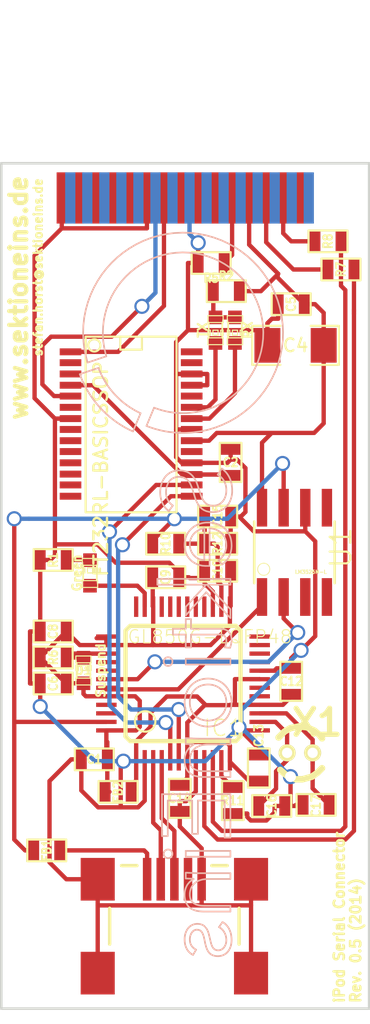
<source format=kicad_pcb>
(kicad_pcb (version 20171130) (host pcbnew "(5.1.12)-1")
  (title_block (title "iPod Serial Connector") (date "07 Jul 2014") (rev 0.5) (company "SektionEins GmbH") (comment 4 "Author: Stefan Horst <stefan.horst@sektioneins.de>"))
  (layers (0 F.Cu signal) (31 B.Cu signal) (34 B.Paste user hide) (35 F.Paste user hide) (36 B.SilkS user hide) (37 F.SilkS user hide) (38 B.Mask user hide) (39 F.Mask user hide) (44 Edge.Cuts user))
  (net 0 "")
  (net 1 DVDD)
  (net 2 "Net-(C2-Pad1)")
  (net 3 +5V)
  (net 4 AVDD)
  (net 5 "Net-(C15-Pad2)")
  (net 6 "Net-(C16-Pad1)")
  (net 7 "Net-(C17-Pad1)")
  (net 8 /HUB_IPOD_GREEN)
  (net 9 "Net-(D3-Pad1)")
  (net 10 /SERIAL_TX_LED)
  (net 11 /SERIAL_RX_LED)
  (net 12 "Net-(FB1-Pad1)")
  (net 13 VBUS)
  (net 14 /USB_D+)
  (net 15 /SERIAL_USB_D-)
  (net 16 /SERIAL_USB_D+)
  (net 17 /USB_D-)
  (net 18 /OVCUR1)
  (net 19 /PWREN1)
  (net 20 /IPOD_USB_D-)
  (net 21 /IPOD_USB_D+)
  (net 22 "Net-(IC1-Pad11)")
  (net 23 /SERIAL_TX)
  (net 24 "Net-(P1-Pad21)")
  (net 25 /SERIAL_RX)
  (net 26 GND)
  (net 27 "Net-(D2-Pad2)")
  (net 28 "Net-(D1-Pad2)")
  (net 29 "Net-(P1-Pad25)")
  (net 30 "Net-(P1-Pad27)")
  (module SMD_Packages.pretty:SM0603 (layer F.Cu) (at 148.082 73.406 90)
    (fp_text reference C2 (at 0 0 180) (layer F.SilkS) (effects (font (size 0.508 0.4572) (thickness 0.1143))))
    (fp_text value 100nF hide)
    (pad 1 smd rect (at -0.762 0 90) (size 0.635 1.143) (layers F.Cu F.Paste F.Mask) (net 2 "Net-(C2-Pad1)"))
    (pad 2 smd rect (at 0.762 0 90) (size 0.635 1.143) (layers F.Cu F.Paste F.Mask) (net 26 GND))
  )
  (module SMD_Packages.pretty:SM0603 (layer F.Cu) (at 151.638 64.135)
    (fp_text reference C5 (at 0 0 90) (layer F.SilkS) (effects (font (size 0.508 0.4572) (thickness 0.1143))))
    (fp_text value 100nF hide)
    (pad 1 smd rect (at -0.762 0) (size 0.635 1.143) (layers F.Cu F.Paste F.Mask) (net 26 GND))
    (pad 2 smd rect (at 0.762 0) (size 0.635 1.143) (layers F.Cu F.Paste F.Mask) (net 3 +5V))
  )
  (module SMD_Packages.pretty:SM0603 (layer F.Cu) (at 137.668 86.36 180)
    (fp_text reference C6 (at 0 0 270) (layer F.SilkS) (effects (font (size 0.508 0.4572) (thickness 0.1143))))
    (fp_text value 100nF hide)
    (pad 1 smd rect (at -0.762 0 180) (size 0.635 1.143) (layers F.Cu F.Paste F.Mask) (net 1 DVDD))
    (pad 2 smd rect (at 0.762 0 180) (size 0.635 1.143) (layers F.Cu F.Paste F.Mask) (net 26 GND))
  )
  (module SMD_Packages.pretty:SM0603 (layer F.Cu) (at 137.668 83.312 180)
    (fp_text reference C8 (at 0 0 270) (layer F.SilkS) (effects (font (size 0.508 0.4572) (thickness 0.1143))))
    (fp_text value 100nF hide)
    (pad 1 smd rect (at -0.762 0 180) (size 0.635 1.143) (layers F.Cu F.Paste F.Mask) (net 1 DVDD))
    (pad 2 smd rect (at 0.762 0 180) (size 0.635 1.143) (layers F.Cu F.Paste F.Mask) (net 26 GND))
  )
  (module SMD_Packages.pretty:SM0603 (layer F.Cu) (at 144.272 80.137)
    (fp_text reference C9 (at 0 0 90) (layer F.SilkS) (effects (font (size 0.508 0.4572) (thickness 0.1143))))
    (fp_text value 100nF hide)
    (pad 1 smd rect (at -0.762 0) (size 0.635 1.143) (layers F.Cu F.Paste F.Mask) (net 1 DVDD))
    (pad 2 smd rect (at 0.762 0) (size 0.635 1.143) (layers F.Cu F.Paste F.Mask) (net 26 GND))
  )
  (module SMD_Packages.pretty:SM0603 (layer F.Cu) (at 147.32 79.756 180)
    (fp_text reference C10 (at 0 0 270) (layer F.SilkS) (effects (font (size 0.508 0.4572) (thickness 0.1143))))
    (fp_text value 100nF hide)
    (pad 1 smd rect (at -0.762 0 180) (size 0.635 1.143) (layers F.Cu F.Paste F.Mask) (net 1 DVDD))
    (pad 2 smd rect (at 0.762 0 180) (size 0.635 1.143) (layers F.Cu F.Paste F.Mask) (net 26 GND))
  )
  (module SMD_Packages.pretty:SM0603 (layer F.Cu) (at 151.638 86.233 90)
    (fp_text reference C12 (at 0 0 180) (layer F.SilkS) (effects (font (size 0.508 0.4572) (thickness 0.1143))))
    (fp_text value 100nF hide)
    (pad 1 smd rect (at -0.762 0 90) (size 0.635 1.143) (layers F.Cu F.Paste F.Mask) (net 4 AVDD))
    (pad 2 smd rect (at 0.762 0 90) (size 0.635 1.143) (layers F.Cu F.Paste F.Mask) (net 26 GND))
  )
  (module SMD_Packages.pretty:SM0603 (layer F.Cu) (at 149.733 91.313 90)
    (fp_text reference C13 (at 1.905 0 90) (layer F.SilkS) (effects (font (size 0.508 0.4572) (thickness 0.1143))))
    (fp_text value 100nF hide)
    (pad 1 smd rect (at -0.762 0 90) (size 0.635 1.143) (layers F.Cu F.Paste F.Mask) (net 4 AVDD))
    (pad 2 smd rect (at 0.762 0 90) (size 0.635 1.143) (layers F.Cu F.Paste F.Mask) (net 26 GND))
  )
  (module SMD_Packages.pretty:SM0603 (layer F.Cu) (at 145.098 93.091 270)
    (fp_text reference C14 (at 0 0) (layer F.SilkS) (effects (font (size 0.508 0.4572) (thickness 0.1143))))
    (fp_text value 100nF hide)
    (pad 1 smd rect (at -0.762 0 270) (size 0.635 1.143) (layers F.Cu F.Paste F.Mask) (net 4 AVDD))
    (pad 2 smd rect (at 0.762 0 270) (size 0.635 1.143) (layers F.Cu F.Paste F.Mask) (net 26 GND))
  )
  (module SMD_Packages.pretty:SM0603 (layer F.Cu) (at 147.32 76.581 180)
    (fp_text reference C15 (at 0 0.0635 270) (layer F.SilkS) (effects (font (size 0.508 0.4572) (thickness 0.1143))))
    (fp_text value 1uF hide)
    (pad 1 smd rect (at -0.762 0 180) (size 0.635 1.143) (layers F.Cu F.Paste F.Mask) (net 26 GND))
    (pad 2 smd rect (at 0.762 0 180) (size 0.635 1.143) (layers F.Cu F.Paste F.Mask) (net 5 "Net-(C15-Pad2)"))
  )
  (module SMD_Packages.pretty:SM0603 (layer F.Cu) (at 150.495 93.5355)
    (fp_text reference C16 (at 0 0 90) (layer F.SilkS) (effects (font (size 0.508 0.4572) (thickness 0.1143))))
    (fp_text value 20pF hide)
    (pad 1 smd rect (at -0.762 0) (size 0.635 1.143) (layers F.Cu F.Paste F.Mask) (net 6 "Net-(C16-Pad1)"))
    (pad 2 smd rect (at 0.762 0) (size 0.635 1.143) (layers F.Cu F.Paste F.Mask) (net 26 GND))
  )
  (module SMD_Packages.pretty:SM0603 (layer F.Cu) (at 153.098 93.472 180)
    (fp_text reference C17 (at 0 -0.0635 270) (layer F.SilkS) (effects (font (size 0.508 0.4572) (thickness 0.1143))))
    (fp_text value 20pF hide)
    (pad 1 smd rect (at -0.762 0 180) (size 0.635 1.143) (layers F.Cu F.Paste F.Mask) (net 7 "Net-(C17-Pad1)"))
    (pad 2 smd rect (at 0.762 0 180) (size 0.635 1.143) (layers F.Cu F.Paste F.Mask) (net 26 GND))
  )
  (module LEDs.pretty:LED-0603 (layer F.Cu) (at 139.827 79.883 90)
    (fp_text reference D2 hide)
    (fp_text value Green (at 0 -0.762 90) (layer F.SilkS) (effects (font (size 0.508 0.508) (thickness 0.127))))
    (pad 1 smd rect (at -0.7493 0 90) (size 0.79756 0.79756) (layers F.Cu F.Paste F.Mask) (net 8 /HUB_IPOD_GREEN))
    (pad 2 smd rect (at 0.7493 0 90) (size 0.79756 0.79756) (layers F.Cu F.Paste F.Mask) (net 27 "Net-(D2-Pad2)"))
  )
  (module LEDs.pretty:LED-0603 (layer F.Cu) (at 148.336 65.659 270)
    (fp_text reference D3 hide)
    (fp_text value RX (at 0 -0.762 270) (layer F.SilkS) (effects (font (size 0.508 0.508) (thickness 0.127))))
    (pad 1 smd rect (at -0.7493 0 270) (size 0.79756 0.79756) (layers F.Cu F.Paste F.Mask) (net 9 "Net-(D3-Pad1)"))
    (pad 2 smd rect (at 0.7493 0 270) (size 0.79756 0.79756) (layers F.Cu F.Paste F.Mask) (net 11 /SERIAL_RX_LED))
  )
  (module LEDs.pretty:LED-0603 (layer F.Cu) (at 147.193 65.659 270)
    (fp_text reference D4 hide)
    (fp_text value TX (at 0 0.762 270) (layer F.SilkS) (effects (font (size 0.508 0.508) (thickness 0.127))))
    (pad 1 smd rect (at -0.7493 0 270) (size 0.79756 0.79756) (layers F.Cu F.Paste F.Mask) (net 9 "Net-(D3-Pad1)"))
    (pad 2 smd rect (at 0.7493 0 270) (size 0.79756 0.79756) (layers F.Cu F.Paste F.Mask) (net 10 /SERIAL_TX_LED))
  )
  (module ftdichip-6:LQFP48 (layer F.Cu) (at 145.288 86.36)
    (fp_text reference IC1 (at 1.143 3.175) (layer F.SilkS) (effects (font (size 0.9652 0.9652) (thickness 0.08128)) (justify left bottom)))
    (fp_text value GL850G-LQFP48 (at -3.302 -2.286) (layer F.SilkS) (effects (font (size 0.77216 0.77216) (thickness 0.065024)) (justify left bottom)))
    (pad 1 smd rect (at -2.75 4.5) (size 0.25 1.2) (layers F.Cu F.Paste F.Mask) (net 4 AVDD))
    (pad 2 smd rect (at -2.25 4.5) (size 0.25 1.2) (layers F.Cu F.Paste F.Mask) (net 26 GND))
    (pad 3 smd rect (at -1.75 4.5) (size 0.25 1.2) (layers F.Cu F.Paste F.Mask) (net 17 /USB_D-))
    (pad 4 smd rect (at -1.25 4.5) (size 0.25 1.2) (layers F.Cu F.Paste F.Mask) (net 14 /USB_D+))
    (pad 5 smd rect (at -0.75 4.5) (size 0.25 1.2) (layers F.Cu F.Paste F.Mask) (net 15 /SERIAL_USB_D-))
    (pad 6 smd rect (at -0.25 4.5) (size 0.25 1.2) (layers F.Cu F.Paste F.Mask) (net 16 /SERIAL_USB_D+))
    (pad 7 smd rect (at 0.25 4.5) (size 0.25 1.2) (layers F.Cu F.Paste F.Mask) (net 4 AVDD))
    (pad 8 smd rect (at 0.75 4.5) (size 0.25 1.2) (layers F.Cu F.Paste F.Mask) (net 26 GND))
    (pad 9 smd rect (at 1.25 4.5) (size 0.25 1.2) (layers F.Cu F.Paste F.Mask) (net 20 /IPOD_USB_D-))
    (pad 10 smd rect (at 1.75 4.5) (size 0.25 1.2) (layers F.Cu F.Paste F.Mask) (net 21 /IPOD_USB_D+))
    (pad 11 smd rect (at 2.25 4.5) (size 0.25 1.2) (layers F.Cu F.Paste F.Mask) (net 22 "Net-(IC1-Pad11)"))
    (pad 12 smd rect (at 2.75 4.5) (size 0.25 1.2) (layers F.Cu F.Paste F.Mask) (net 4 AVDD))
    (pad 13 smd rect (at 4.5 2.75) (size 1.2 0.25) (layers F.Cu F.Paste F.Mask) (net 26 GND))
    (pad 14 smd rect (at 4.5 2.25) (size 1.2 0.25) (layers F.Cu F.Paste F.Mask) (net 6 "Net-(C16-Pad1)"))
    (pad 15 smd rect (at 4.5 1.75) (size 1.2 0.25) (layers F.Cu F.Paste F.Mask) (net 7 "Net-(C17-Pad1)"))
    (pad 16 smd rect (at 4.5 1.25) (size 1.2 0.25) (layers F.Cu F.Paste F.Mask) (net 4 AVDD))
    (pad 17 smd rect (at 4.5 0.75) (size 1.2 0.25) (layers F.Cu F.Paste F.Mask))
    (pad 18 smd rect (at 4.5 0.25) (size 1.2 0.25) (layers F.Cu F.Paste F.Mask))
    (pad 19 smd rect (at 4.5 -0.25) (size 1.2 0.25) (layers F.Cu F.Paste F.Mask) (net 4 AVDD))
    (pad 20 smd rect (at 4.5 -0.75) (size 1.2 0.25) (layers F.Cu F.Paste F.Mask) (net 26 GND))
    (pad 21 smd rect (at 4.5 -1.25) (size 1.2 0.25) (layers F.Cu F.Paste F.Mask))
    (pad 22 smd rect (at 4.5 -1.75) (size 1.2 0.25) (layers F.Cu F.Paste F.Mask))
    (pad 23 smd rect (at 4.5 -2.25) (size 1.2 0.25) (layers F.Cu F.Paste F.Mask))
    (pad 24 smd rect (at 4.5 -2.75) (size 1.2 0.25) (layers F.Cu F.Paste F.Mask))
    (pad 25 smd rect (at 2.75 -4.5) (size 0.25 1.2) (layers F.Cu F.Paste F.Mask) (net 1 DVDD))
    (pad 26 smd rect (at 2.25 -4.5) (size 0.25 1.2) (layers F.Cu F.Paste F.Mask) (net 5 "Net-(C15-Pad2)"))
    (pad 27 smd rect (at 1.75 -4.5) (size 0.25 1.2) (layers F.Cu F.Paste F.Mask) (net 26 GND))
    (pad 28 smd rect (at 1.25 -4.5) (size 0.25 1.2) (layers F.Cu F.Paste F.Mask))
    (pad 29 smd rect (at 0.75 -4.5) (size 0.25 1.2) (layers F.Cu F.Paste F.Mask))
    (pad 30 smd rect (at 0.25 -4.5) (size 0.25 1.2) (layers F.Cu F.Paste F.Mask))
    (pad 31 smd rect (at -0.25 -4.5) (size 0.25 1.2) (layers F.Cu F.Paste F.Mask))
    (pad 32 smd rect (at -0.75 -4.5) (size 0.25 1.2) (layers F.Cu F.Paste F.Mask))
    (pad 33 smd rect (at -1.25 -4.5) (size 0.25 1.2) (layers F.Cu F.Paste F.Mask))
    (pad 34 smd rect (at -1.75 -4.5) (size 0.25 1.2) (layers F.Cu F.Paste F.Mask) (net 1 DVDD))
    (pad 35 smd rect (at -2.25 -4.5) (size 0.25 1.2) (layers F.Cu F.Paste F.Mask) (net 8 /HUB_IPOD_GREEN))
    (pad 36 smd rect (at -2.75 -4.5) (size 0.25 1.2) (layers F.Cu F.Paste F.Mask))
    (pad 37 smd rect (at -4.5 -2.75) (size 1.2 0.25) (layers F.Cu F.Paste F.Mask) (net 1 DVDD))
    (pad 38 smd rect (at -4.5 -2.25) (size 1.2 0.25) (layers F.Cu F.Paste F.Mask) (net 1 DVDD))
    (pad 39 smd rect (at -4.5 -1.75) (size 1.2 0.25) (layers F.Cu F.Paste F.Mask) (net 28 "Net-(D1-Pad2)"))
    (pad 40 smd rect (at -4.5 -1.25) (size 1.2 0.25) (layers F.Cu F.Paste F.Mask))
    (pad 41 smd rect (at -4.5 -0.75) (size 1.2 0.25) (layers F.Cu F.Paste F.Mask))
    (pad 42 smd rect (at -4.5 -0.25) (size 1.2 0.25) (layers F.Cu F.Paste F.Mask) (net 18 /OVCUR1))
    (pad 43 smd rect (at -4.5 0.25) (size 1.2 0.25) (layers F.Cu F.Paste F.Mask) (net 19 /PWREN1))
    (pad 44 smd rect (at -4.5 0.75) (size 1.2 0.25) (layers F.Cu F.Paste F.Mask) (net 1 DVDD))
    (pad 45 smd rect (at -4.5 1.25) (size 1.2 0.25) (layers F.Cu F.Paste F.Mask))
    (pad 46 smd rect (at -4.5 1.75) (size 1.2 0.25) (layers F.Cu F.Paste F.Mask))
    (pad 47 smd rect (at -4.5 2.25) (size 1.2 0.25) (layers F.Cu F.Paste F.Mask) (net 13 VBUS))
    (pad 48 smd rect (at -4.5 2.75) (size 1.2 0.25) (layers F.Cu F.Paste F.Mask) (net 1 DVDD))
  )
  (module SparkFun-Connectors:USB-MINIB (layer F.Cu) (at 144.78 100.33 90)
    (fp_text reference J1 hide)
    (fp_text value USB-MINIB-5PIN hide)
    (pad D+ smd rect (at 2.5 0 90) (size 2.5 0.5) (layers F.Cu F.Paste F.Mask) (net 14 /USB_D+))
    (pad D- smd rect (at 2.5 -0.8 90) (size 2.5 0.5) (layers F.Cu F.Paste F.Mask) (net 17 /USB_D-))
    (pad GND smd rect (at 2.5 1.6 90) (size 2.5 0.5) (layers F.Cu F.Paste F.Mask) (net 26 GND))
    (pad ID smd rect (at 2.5 0.8 90) (size 2.5 0.5) (layers F.Cu F.Paste F.Mask))
    (pad MTN3 smd rect (at -3 4.5 90) (size 2.5 2) (layers F.Cu F.Paste F.Mask) (net 26 GND))
    (pad MTN1 smd rect (at -3 -4.5 90) (size 2.5 2) (layers F.Cu F.Paste F.Mask) (net 26 GND))
    (pad MTN4 smd rect (at 2.5 4.5 90) (size 2.5 2) (layers F.Cu F.Paste F.Mask) (net 26 GND))
    (pad MTN2 smd rect (at 2.5 -4.5 90) (size 2.5 2) (layers F.Cu F.Paste F.Mask) (net 26 GND))
    (pad VBUS smd rect (at 2.5 -1.6 90) (size 2.5 0.5) (layers F.Cu F.Paste F.Mask) (net 12 "Net-(FB1-Pad1)"))
    (pad "" np_thru_hole circle (at 0 -2.2 90) (size 0.9 0.9) (drill 0.9) (layers *.Cu))
    (pad "" np_thru_hole circle (at 0 2.2 90) (size 0.9 0.9) (drill 0.9) (layers *.Cu))
  )
  (module SparkFun-Connectors:IPOD_MALE_CONNECTOR (layer B.Cu) (at 145.669 57.912 180)
    (fp_text reference P1 hide)
    (fp_text value IPOD_CONNECTOR_MALE hide)
    (pad 1 smd rect (at 7.5 0 180) (size 0.6 3) (layers F.Cu F.Paste F.Mask) (net 26 GND))
    (pad 3 smd rect (at 6.5 0 180) (size 0.6 3) (layers F.Cu F.Paste F.Mask))
    (pad 5 smd rect (at 5.5 0 180) (size 0.6 3) (layers F.Cu F.Paste F.Mask))
    (pad 7 smd rect (at 4.5 0 180) (size 0.6 3) (layers F.Cu F.Paste F.Mask))
    (pad 9 smd rect (at 3.5 0 180) (size 0.6 3) (layers F.Cu F.Paste F.Mask))
    (pad 11 smd rect (at 2.5 0 180) (size 0.6 3) (layers F.Cu F.Paste F.Mask) (net 26 GND))
    (pad 13 smd rect (at 1.5 0 180) (size 0.6 3) (layers F.Cu F.Paste F.Mask) (net 23 /SERIAL_TX))
    (pad 15 smd rect (at 0.5 0 180) (size 0.6 3) (layers F.Cu F.Paste F.Mask))
    (pad 17 smd rect (at -0.5 0 180) (size 0.6 3) (layers F.Cu F.Paste F.Mask))
    (pad 19 smd rect (at -1.5 0 180) (size 0.6 3) (layers F.Cu F.Paste F.Mask))
    (pad 21 smd rect (at -2.5 0 180) (size 0.6 3) (layers F.Cu F.Paste F.Mask) (net 24 "Net-(P1-Pad21)"))
    (pad 23 smd rect (at -3.5 0 180) (size 0.6 3) (layers F.Cu F.Paste F.Mask) (net 3 +5V))
    (pad 25 smd rect (at -4.5 0 180) (size 0.6 3) (layers F.Cu F.Paste F.Mask) (net 29 "Net-(P1-Pad25)"))
    (pad 27 smd rect (at -5.5 0 180) (size 0.6 3) (layers F.Cu F.Paste F.Mask) (net 30 "Net-(P1-Pad27)"))
    (pad 2 smd rect (at 7 0 180) (size 0.6 3) (layers B.Cu B.Paste B.Mask))
    (pad 4 smd rect (at 6 0 180) (size 0.6 3) (layers B.Cu B.Paste B.Mask))
    (pad 6 smd rect (at 5 0 180) (size 0.6 3) (layers B.Cu B.Paste B.Mask))
    (pad 8 smd rect (at 4 0 180) (size 0.6 3) (layers B.Cu B.Paste B.Mask))
    (pad 10 smd rect (at 3 0 180) (size 0.6 3) (layers B.Cu B.Paste B.Mask))
    (pad 12 smd rect (at 2 0 180) (size 0.6 3) (layers B.Cu B.Paste B.Mask) (net 25 /SERIAL_RX))
    (pad 14 smd rect (at 1 0 180) (size 0.6 3) (layers B.Cu B.Paste B.Mask))
    (pad 16 smd rect (at 0 0 180) (size 0.6 3) (layers B.Cu B.Paste B.Mask) (net 26 GND))
    (pad 18 smd rect (at -1 0 180) (size 0.6 3) (layers B.Cu B.Paste B.Mask))
    (pad 20 smd rect (at -2 0 180) (size 0.6 3) (layers B.Cu B.Paste B.Mask))
    (pad 22 smd rect (at -3 0 180) (size 0.6 3) (layers B.Cu B.Paste B.Mask))
    (pad 24 smd rect (at -4 0 180) (size 0.6 3) (layers B.Cu B.Paste B.Mask))
    (pad 26 smd rect (at -5 0 180) (size 0.6 3) (layers B.Cu B.Paste B.Mask))
    (pad 28 smd rect (at -6 0 180) (size 0.6 3) (layers B.Cu B.Paste B.Mask))
    (pad 29 smd rect (at -6.5 0 180) (size 0.6 3) (layers F.Cu F.Paste F.Mask))
    (pad 30 smd rect (at -7 0 180) (size 0.6 3) (layers B.Cu B.Paste B.Mask))
  )
  (module SMD_Packages.pretty:SM0603 (layer F.Cu) (at 137.668 79.121 180)
    (fp_text reference R1 (at 0 0 270) (layer F.SilkS) (effects (font (size 0.508 0.4572) (thickness 0.1143))))
    (fp_text value 470R hide)
    (pad 1 smd rect (at -0.762 0 180) (size 0.635 1.143) (layers F.Cu F.Paste F.Mask) (net 27 "Net-(D2-Pad2)"))
    (pad 2 smd rect (at 0.762 0 180) (size 0.635 1.143) (layers F.Cu F.Paste F.Mask) (net 26 GND))
  )
  (module SMD_Packages.pretty:SM0603 (layer F.Cu) (at 147.828 63.373 180)
    (fp_text reference R2 (at 0 0.889 180) (layer F.SilkS) (effects (font (size 0.508 0.4572) (thickness 0.1143))))
    (fp_text value 270R hide)
    (pad 1 smd rect (at -0.762 0 180) (size 0.635 1.143) (layers F.Cu F.Paste F.Mask) (net 3 +5V))
    (pad 2 smd rect (at 0.762 0 180) (size 0.635 1.143) (layers F.Cu F.Paste F.Mask) (net 9 "Net-(D3-Pad1)"))
  )
  (module SMD_Packages.pretty:SM0603 (layer F.Cu) (at 146.939 61.722)
    (fp_text reference R5 (at 0 0.889) (layer F.SilkS) (effects (font (size 0.508 0.4572) (thickness 0.1143))))
    (fp_text value 470K hide)
    (pad 1 smd rect (at -0.762 0) (size 0.635 1.143) (layers F.Cu F.Paste F.Mask) (net 26 GND))
    (pad 2 smd rect (at 0.762 0) (size 0.635 1.143) (layers F.Cu F.Paste F.Mask) (net 24 "Net-(P1-Pad21)"))
  )
  (module SMD_Packages.pretty:SM0603 (layer F.Cu) (at 137.668 84.836 180)
    (fp_text reference R6 (at 0 0 270) (layer F.SilkS) (effects (font (size 0.508 0.4572) (thickness 0.1143))))
    (fp_text value 100K hide)
    (pad 1 smd rect (at -0.762 0 180) (size 0.635 1.143) (layers F.Cu F.Paste F.Mask) (net 28 "Net-(D1-Pad2)"))
    (pad 2 smd rect (at 0.762 0 180) (size 0.635 1.143) (layers F.Cu F.Paste F.Mask) (net 1 DVDD))
  )
  (module SMD_Packages.pretty:SM0603 (layer F.Cu) (at 144.272 78.1685 180)
    (fp_text reference R10 (at 0 0 270) (layer F.SilkS) (effects (font (size 0.508 0.4572) (thickness 0.1143))))
    (fp_text value 10K hide)
    (pad 1 smd rect (at -0.762 0 180) (size 0.635 1.143) (layers F.Cu F.Paste F.Mask) (net 5 "Net-(C15-Pad2)"))
    (pad 2 smd rect (at 0.762 0 180) (size 0.635 1.143) (layers F.Cu F.Paste F.Mask) (net 13 VBUS))
  )
  (module SMD_Packages.pretty:SM0603 (layer F.Cu) (at 148.209 93.218 270)
    (fp_text reference R11 (at 0 0) (layer F.SilkS) (effects (font (size 0.508 0.4572) (thickness 0.1143))))
    (fp_text value 680R hide)
    (pad 1 smd rect (at -0.762 0 270) (size 0.635 1.143) (layers F.Cu F.Paste F.Mask) (net 22 "Net-(IC1-Pad11)"))
    (pad 2 smd rect (at 0.762 0 270) (size 0.635 1.143) (layers F.Cu F.Paste F.Mask) (net 26 GND))
  )
  (module SMD_Packages.pretty:SM0603 (layer F.Cu) (at 147.32 78.1685 180)
    (fp_text reference R12 (at 0 0 270) (layer F.SilkS) (effects (font (size 0.508 0.4572) (thickness 0.1143))))
    (fp_text value 47K hide)
    (pad 1 smd rect (at -0.762 0 180) (size 0.635 1.143) (layers F.Cu F.Paste F.Mask) (net 26 GND))
    (pad 2 smd rect (at 0.762 0 180) (size 0.635 1.143) (layers F.Cu F.Paste F.Mask) (net 5 "Net-(C15-Pad2)"))
  )
  (module SSOP_Packages.pretty:SSOP-28 (layer F.Cu) (at 142.24 71.12 270)
    (fp_text reference U2 hide)
    (fp_text value FT232RL-BASICSSOP (at 2.667 1.778 270) (layer F.SilkS) (effects (font (size 0.8 0.8) (thickness 0.14))))
    (pad 1 smd rect (at -4.191 3.556 270) (size 0.4064 1.27) (layers F.Cu F.Paste F.Mask) (net 23 /SERIAL_TX))
    (pad 2 smd rect (at -3.556 3.556 270) (size 0.4064 1.27) (layers F.Cu F.Paste F.Mask))
    (pad 3 smd rect (at -2.8956 3.556 270) (size 0.4064 1.27) (layers F.Cu F.Paste F.Mask))
    (pad 4 smd rect (at -2.2352 3.556 270) (size 0.4064 1.27) (layers F.Cu F.Paste F.Mask) (net 2 "Net-(C2-Pad1)"))
    (pad 5 smd rect (at -1.6002 3.556 270) (size 0.4064 1.27) (layers F.Cu F.Paste F.Mask) (net 25 /SERIAL_RX))
    (pad 6 smd rect (at -0.9398 3.556 270) (size 0.4064 1.27) (layers F.Cu F.Paste F.Mask))
    (pad 7 smd rect (at -0.2794 3.556 270) (size 0.4064 1.27) (layers F.Cu F.Paste F.Mask) (net 26 GND))
    (pad 8 smd rect (at 0.3556 3.556 270) (size 0.4064 1.27) (layers F.Cu F.Paste F.Mask))
    (pad 9 smd rect (at 1.016 3.556 270) (size 0.4064 1.27) (layers F.Cu F.Paste F.Mask))
    (pad 10 smd rect (at 1.651 3.556 270) (size 0.4064 1.27) (layers F.Cu F.Paste F.Mask))
    (pad 11 smd rect (at 2.3114 3.556 270) (size 0.4064 1.27) (layers F.Cu F.Paste F.Mask))
    (pad 12 smd rect (at 2.9718 3.556 270) (size 0.4064 1.27) (layers F.Cu F.Paste F.Mask))
    (pad 13 smd rect (at 3.6068 3.556 270) (size 0.4064 1.27) (layers F.Cu F.Paste F.Mask))
    (pad 14 smd rect (at 4.2672 3.556 270) (size 0.4064 1.27) (layers F.Cu F.Paste F.Mask))
    (pad 15 smd rect (at 4.2672 -3.556 270) (size 0.4064 1.27) (layers F.Cu F.Paste F.Mask) (net 16 /SERIAL_USB_D+))
    (pad 16 smd rect (at 3.6068 -3.556 270) (size 0.4064 1.27) (layers F.Cu F.Paste F.Mask) (net 15 /SERIAL_USB_D-))
    (pad 17 smd rect (at 2.9972 -3.556 270) (size 0.4064 1.27) (layers F.Cu F.Paste F.Mask) (net 2 "Net-(C2-Pad1)"))
    (pad 18 smd rect (at 2.3114 -3.556 270) (size 0.4064 1.27) (layers F.Cu F.Paste F.Mask) (net 26 GND))
    (pad 19 smd rect (at 1.651 -3.556 270) (size 0.4064 1.27) (layers F.Cu F.Paste F.Mask))
    (pad 20 smd rect (at 1.016 -3.556 270) (size 0.4064 1.27) (layers F.Cu F.Paste F.Mask) (net 3 +5V))
    (pad 21 smd rect (at 0.3556 -3.556 270) (size 0.4064 1.27) (layers F.Cu F.Paste F.Mask) (net 26 GND))
    (pad 22 smd rect (at -0.2794 -3.556 270) (size 0.4064 1.27) (layers F.Cu F.Paste F.Mask) (net 11 /SERIAL_RX_LED))
    (pad 23 smd rect (at -0.9398 -3.556 270) (size 0.4064 1.27) (layers F.Cu F.Paste F.Mask) (net 10 /SERIAL_TX_LED))
    (pad 24 smd rect (at -1.6002 -3.556 270) (size 0.4064 1.27) (layers F.Cu F.Paste F.Mask))
    (pad 25 smd rect (at -2.2352 -3.556 270) (size 0.4064 1.27) (layers F.Cu F.Paste F.Mask) (net 26 GND))
    (pad 26 smd rect (at -2.8956 -3.556 270) (size 0.4064 1.27) (layers F.Cu F.Paste F.Mask) (net 26 GND))
    (pad 27 smd rect (at -3.556 -3.556 270) (size 0.4064 1.27) (layers F.Cu F.Paste F.Mask))
    (pad 28 smd rect (at -4.191 -3.556 270) (size 0.4064 1.27) (layers F.Cu F.Paste F.Mask))
  )
  (module AWJLEagleLib:SO08 (layer F.Cu) (at 151.828 78.6765)
    (fp_text reference U1 (at 3.429 1.016 90) (layer F.SilkS) (effects (font (size 1.2065 1.2065) (thickness 0.127)) (justify left bottom)))
    (fp_text value LM3526M-L (at 0 1.27 180) (layer F.SilkS) (effects (font (size 0.2065 0.2065) (thickness 0.051625)) (justify left bottom)))
    (pad 1 smd rect (at -1.905 2.6162) (size 0.6096 2.2098) (layers F.Cu F.Paste F.Mask) (net 19 /PWREN1))
    (pad 8 smd rect (at -1.905 -2.6162) (size 0.6096 2.2098) (layers F.Cu F.Paste F.Mask) (net 3 +5V))
    (pad 2 smd rect (at -0.635 2.6162) (size 0.6096 2.2098) (layers F.Cu F.Paste F.Mask) (net 18 /OVCUR1))
    (pad 3 smd rect (at 0.635 2.6162) (size 0.6096 2.2098) (layers F.Cu F.Paste F.Mask))
    (pad 7 smd rect (at -0.635 -2.6162) (size 0.6096 2.2098) (layers F.Cu F.Paste F.Mask) (net 13 VBUS))
    (pad 6 smd rect (at 0.635 -2.6162) (size 0.6096 2.2098) (layers F.Cu F.Paste F.Mask) (net 26 GND))
    (pad 4 smd rect (at 1.905 2.6162) (size 0.6096 2.2098) (layers F.Cu F.Paste F.Mask))
    (pad 5 smd rect (at 1.905 -2.6162) (size 0.6096 2.2098) (layers F.Cu F.Paste F.Mask))
  )
  (module LEDs.pretty:LED-0603 (layer F.Cu) (at 139.446 85.598 90)
    (fp_text reference D1 (at 0 0 180) (layer F.SilkS) (effects (font (size 0.508 0.508) (thickness 0.127))))
    (fp_text value Suspend (at 0 1.016 90) (layer F.SilkS) (effects (font (size 0.508 0.508) (thickness 0.127))))
    (pad 1 smd rect (at -0.7493 0 90) (size 0.79756 0.79756) (layers F.Cu F.Paste F.Mask) (net 1 DVDD))
    (pad 2 smd rect (at 0.7493 0 90) (size 0.79756 0.79756) (layers F.Cu F.Paste F.Mask) (net 28 "Net-(D1-Pad2)"))
  )
  (module SMD_Packages.pretty:SM0603 (layer F.Cu) (at 154.559 62.103)
    (fp_text reference R7 (at 0 0 90) (layer F.SilkS) (effects (font (size 0.508 0.4572) (thickness 0.1143))))
    (fp_text value 0R hide)
    (pad 1 smd rect (at -0.762 0) (size 0.635 1.143) (layers F.Cu F.Paste F.Mask) (net 29 "Net-(P1-Pad25)"))
    (pad 2 smd rect (at 0.762 0) (size 0.635 1.143) (layers F.Cu F.Paste F.Mask) (net 20 /IPOD_USB_D-))
  )
  (module SMD_Packages.pretty:SM0603 (layer F.Cu) (at 153.797 60.452)
    (fp_text reference R8 (at 0 0 90) (layer F.SilkS) (effects (font (size 0.508 0.4572) (thickness 0.1143))))
    (fp_text value 0R hide)
    (pad 1 smd rect (at -0.762 0) (size 0.635 1.143) (layers F.Cu F.Paste F.Mask) (net 30 "Net-(P1-Pad27)"))
    (pad 2 smd rect (at 0.762 0) (size 0.635 1.143) (layers F.Cu F.Paste F.Mask) (net 21 /IPOD_USB_D+))
  )
  (module SMD_Packages.pretty:SM0603 (layer F.Cu) (at 137.287 96.139 180)
    (fp_text reference FB1 (at 0 0 270) (layer F.SilkS) (effects (font (size 0.508 0.4572) (thickness 0.1143))))
    (fp_text value FILTER hide)
    (pad 1 smd rect (at -0.762 0 180) (size 0.635 1.143) (layers F.Cu F.Paste F.Mask) (net 12 "Net-(FB1-Pad1)"))
    (pad 2 smd rect (at 0.762 0 180) (size 0.635 1.143) (layers F.Cu F.Paste F.Mask) (net 13 VBUS))
  )
  (module SMD_Packages.pretty:SM0603 (layer F.Cu) (at 141.478 92.71)
    (fp_text reference FB2 (at 0 0 90) (layer F.SilkS) (effects (font (size 0.508 0.4572) (thickness 0.1143))))
    (fp_text value FILTER hide)
    (pad 1 smd rect (at -0.762 0) (size 0.635 1.143) (layers F.Cu F.Paste F.Mask) (net 1 DVDD))
    (pad 2 smd rect (at 0.762 0) (size 0.635 1.143) (layers F.Cu F.Paste F.Mask) (net 4 AVDD))
  )
  (module SMD_Packages.pretty:SM0603 (layer F.Cu) (at 140.081 90.805 180)
    (fp_text reference C1 (at 0 0 180) (layer F.SilkS) (effects (font (size 0.508 0.4572) (thickness 0.1143))))
    (fp_text value 10uF/10V hide)
    (pad 1 smd rect (at -0.762 0 180) (size 0.635 1.143) (layers F.Cu F.Paste F.Mask) (net 1 DVDD))
    (pad 2 smd rect (at 0.762 0 180) (size 0.635 1.143) (layers F.Cu F.Paste F.Mask) (net 26 GND))
  )
  (module SMD_Packages.pretty:SM1206 (layer F.Cu) (at 151.892 66.548 180)
    (fp_text reference C4 (at 0 0 180) (layer F.SilkS) (effects (font (size 0.762 0.762) (thickness 0.127))))
    (fp_text value 100uF hide)
    (pad 1 smd rect (at -1.651 0 180) (size 1.524 2.032) (layers F.Cu F.Paste F.Mask) (net 3 +5V))
    (pad 2 smd rect (at 1.651 0 180) (size 1.524 2.032) (layers F.Cu F.Paste F.Mask) (net 26 GND))
  )
  (module Crystals.pretty:Crystal_Round_Vertical_3mm (layer F.Cu) (at 152.146 90.424)
    (fp_text reference X1 (at 1.016 -1.778) (layer F.SilkS) (effects (font (size 1.524 1.524) (thickness 0.3048))))
    (fp_text value "12 Mhz" hide)
    (pad 1 thru_hole circle (at -0.7493 0) (size 1.00076 1.00076) (drill 0.59944) (layers *.Cu *.Mask F.SilkS) (net 6 "Net-(C16-Pad1)"))
    (pad 2 thru_hole circle (at 0.7493 0) (size 1.00076 1.00076) (drill 0.59944) (layers *.Cu *.Mask F.SilkS) (net 7 "Net-(C17-Pad1)"))
  )
  (module S1:SektionEinsLogo (layer B.Cu) (at 136.144 54.356 270)
    (fp_text reference SektionEinsLogo hide)
    (fp_text value VAL** hide)
  )
  (gr_line (start 134.62 105.41) (end 134.62 55.88) (angle 90) (layer Edge.Cuts) (width 0.15))
  (gr_line (start 156.21 105.41) (end 134.62 105.41) (angle 90) (layer Edge.Cuts) (width 0.15))
  (gr_line (start 156.21 55.88) (end 156.21 105.41) (angle 90) (layer Edge.Cuts) (width 0.15))
  (gr_line (start 134.62 55.88) (end 156.21 55.88) (angle 90) (layer Edge.Cuts) (width 0.15))
  (gr_text stefan.horst@sektioneins.de (at 136.779 61.976 90) (layer F.SilkS) (effects (font (size 0.5 0.5) (thickness 0.125))))
  (gr_text "iPod Serial Connector\nRev. 0.5 (2014)" (at 154.94 105.156 90) (layer F.SilkS) (effects (font (size 0.6 0.6)) (justify left)))
  (gr_text www.sektioneins.de (at 135.636 63.754 90) (layer F.SilkS) (effects (font (size 1 1) (thickness 0.25))))
  (segment (start 140.788 89.731) (end 140.843 89.786) (width 0.254) (layer F.Cu) (net 1))
  (segment (start 140.843 89.786) (end 140.843 90.805) (width 0.254) (layer F.Cu) (net 1))
  (segment (start 140.788 89.731) (end 140.788 90.352) (width 0.254) (layer F.Cu) (net 1))
  (segment (start 140.788 89.11) (end 140.788 89.731) (width 0.254) (layer F.Cu) (net 1))
  (segment (start 140.843 92.3225) (end 140.716 92.4495) (width 0.254) (layer F.Cu) (net 1))
  (segment (start 140.716 92.4495) (end 140.716 92.71) (width 0.254) (layer F.Cu) (net 1))
  (segment (start 140.843 92.3225) (end 140.843 92.583) (width 0.254) (layer F.Cu) (net 1))
  (segment (start 140.843 92.583) (end 140.97 92.71) (width 0.254) (layer F.Cu) (net 1))
  (segment (start 140.843 90.805) (end 140.843 92.3225) (width 0.254) (layer F.Cu) (net 1))
  (segment (start 148.082 80.251) (end 148.038 80.207) (width 0.254) (layer F.Cu) (net 1))
  (segment (start 148.038 80.207) (end 148.038 79.546) (width 0.254) (layer F.Cu) (net 1))
  (segment (start 148.082 80.251) (end 148.082 81.816) (width 0.254) (layer F.Cu) (net 1))
  (segment (start 148.082 79.756) (end 148.082 80.251) (width 0.254) (layer F.Cu) (net 1))
  (segment (start 143.538 84.11) (end 143.51 84.11) (width 0.254) (layer F.Cu) (net 1))
  (segment (start 143.538 81.86) (end 143.538 84.11) (width 0.254) (layer F.Cu) (net 1))
  (segment (start 143.538 84.11) (end 143.51 84.082) (width 0.254) (layer F.Cu) (net 1))
  (segment (start 143.51 84.082) (end 143.51 84.11) (width 0.254) (layer F.Cu) (net 1))
  (segment (start 148.038 81.86) (end 148.038 82.975) (width 0.254) (layer F.Cu) (net 1))
  (segment (start 148.038 82.975) (end 146.903 84.11) (width 0.254) (layer F.Cu) (net 1))
  (segment (start 146.903 84.11) (end 143.538 84.11) (width 0.254) (layer F.Cu) (net 1))
  (segment (start 143.51 84.11) (end 140.788 84.11) (width 0.254) (layer F.Cu) (net 1))
  (segment (start 140.788 83.61) (end 140.788 84.11) (width 0.254) (layer F.Cu) (net 1))
  (segment (start 143.51 80.137) (end 143.51 81.832) (width 0.254) (layer F.Cu) (net 1))
  (segment (start 143.51 81.832) (end 143.538 81.86) (width 0.254) (layer F.Cu) (net 1))
  (segment (start 148.082 81.816) (end 148.038 81.86) (width 0.254) (layer F.Cu) (net 1))
  (segment (start 139.446 86.3473) (end 138.443 86.3473) (width 0.254) (layer F.Cu) (net 1))
  (segment (start 138.443 86.3473) (end 138.43 86.36) (width 0.254) (layer F.Cu) (net 1))
  (segment (start 140.788 87.11) (end 139.585 87.11) (width 0.254) (layer F.Cu) (net 1))
  (segment (start 139.585 87.11) (end 139.446 86.971) (width 0.254) (layer F.Cu) (net 1))
  (segment (start 139.446 86.971) (end 139.446 86.3473) (width 0.254) (layer F.Cu) (net 1))
  (segment (start 143.51 81.832) (end 143.538 81.86) (width 0.254) (layer F.Cu) (net 1))
  (segment (start 140.788 87.11) (end 142.482 87.11) (width 0.254) (layer F.Cu) (net 1))
  (segment (start 142.482 87.11) (end 142.748 87.376) (width 0.254) (layer F.Cu) (net 1))
  (segment (start 142.748 87.376) (end 142.748 88.9) (width 0.254) (layer F.Cu) (net 1))
  (segment (start 142.748 88.9) (end 142.538 89.11) (width 0.254) (layer F.Cu) (net 1))
  (segment (start 142.538 89.11) (end 140.788 89.11) (width 0.254) (layer F.Cu) (net 1))
  (segment (start 143.51 81.832) (end 143.538 81.86) (width 0.254) (layer F.Cu) (net 1))
  (segment (start 148.082 81.816) (end 148.038 81.86) (width 0.254) (layer F.Cu) (net 1))
  (segment (start 148.038 79.546) (end 148.082 79.502) (width 0.254) (layer F.Cu) (net 1))
  (segment (start 136.906 84.836) (end 138.43 83.312) (width 0.254) (layer F.Cu) (net 1))
  (segment (start 140.788 84.11) (end 139.228 84.11) (width 0.254) (layer F.Cu) (net 1))
  (segment (start 139.228 84.11) (end 138.43 83.312) (width 0.254) (layer F.Cu) (net 1))
  (segment (start 143.51 81.832) (end 143.538 81.86) (width 0.254) (layer F.Cu) (net 1))
  (segment (start 136.906 84.836) (end 138.43 86.36) (width 0.254) (layer F.Cu) (net 1))
  (segment (start 140.776 87.122) (end 140.788 87.11) (width 0.254) (layer F.Cu) (net 1))
  (segment (start 140.218 83.703) (end 140.788 83.703) (width 0.254) (layer F.Cu) (net 1))
  (segment (start 140.788 83.703) (end 140.788 83.61) (width 0.254) (layer F.Cu) (net 1))
  (segment (start 145.796 74.1172) (end 148.031 74.1172) (width 0.254) (layer F.Cu) (net 2))
  (segment (start 148.031 74.1172) (end 148.082 74.168) (width 0.254) (layer F.Cu) (net 2))
  (segment (start 138.684 68.8848) (end 140.005 68.8848) (width 0.254) (layer F.Cu) (net 2))
  (segment (start 140.005 68.8848) (end 145.237 74.1172) (width 0.254) (layer F.Cu) (net 2))
  (segment (start 145.237 74.1172) (end 145.796 74.1172) (width 0.254) (layer F.Cu) (net 2))
  (segment (start 149.924 75.3111) (end 149.923 75.3121) (width 0.254) (layer F.Cu) (net 3))
  (segment (start 149.923 75.3121) (end 149.923 76.0603) (width 0.254) (layer F.Cu) (net 3))
  (segment (start 149.924 75.3111) (end 149.924 72.2503) (width 0.254) (layer F.Cu) (net 3))
  (segment (start 149.924 72.2503) (end 150.495 71.6788) (width 0.254) (layer F.Cu) (net 3))
  (segment (start 149.924 76.0603) (end 149.924 75.3111) (width 0.254) (layer F.Cu) (net 3))
  (segment (start 150.495 71.6788) (end 152.984 71.6788) (width 0.254) (layer F.Cu) (net 3))
  (segment (start 152.984 71.6788) (end 153.543 71.12) (width 0.254) (layer F.Cu) (net 3))
  (segment (start 153.543 71.12) (end 153.543 66.548) (width 0.254) (layer F.Cu) (net 3))
  (segment (start 152.4 64.135) (end 153.035 64.135) (width 0.254) (layer F.Cu) (net 3))
  (segment (start 153.035 64.135) (end 153.543 64.643) (width 0.254) (layer F.Cu) (net 3))
  (segment (start 153.543 64.643) (end 153.543 66.548) (width 0.254) (layer F.Cu) (net 3))
  (segment (start 150.844 62.3888) (end 150.844 62.5792) (width 0.254) (layer F.Cu) (net 3))
  (segment (start 150.844 62.5792) (end 152.4 64.135) (width 0.254) (layer F.Cu) (net 3))
  (segment (start 148.59 63.373) (end 149.86 63.373) (width 0.254) (layer F.Cu) (net 3))
  (segment (start 149.86 63.373) (end 150.844 62.3888) (width 0.254) (layer F.Cu) (net 3))
  (segment (start 150.844 62.3888) (end 150.876 62.357) (width 0.254) (layer F.Cu) (net 3))
  (segment (start 150.876 62.357) (end 149.169 60.65) (width 0.254) (layer F.Cu) (net 3))
  (segment (start 149.169 60.65) (end 149.169 57.912) (width 0.254) (layer F.Cu) (net 3))
  (segment (start 145.796 72.136) (end 146.812 72.136) (width 0.254) (layer F.Cu) (net 3))
  (segment (start 146.812 72.136) (end 147.269 71.6788) (width 0.254) (layer F.Cu) (net 3))
  (segment (start 147.269 71.6788) (end 150.495 71.6788) (width 0.254) (layer F.Cu) (net 3))
  (segment (start 142.538 92.0377) (end 142.24 92.3357) (width 0.254) (layer F.Cu) (net 4))
  (segment (start 142.24 92.3357) (end 142.24 92.71) (width 0.254) (layer F.Cu) (net 4))
  (segment (start 142.538 92.0377) (end 142.538 92.539) (width 0.254) (layer F.Cu) (net 4))
  (segment (start 142.538 90.86) (end 142.538 92.0377) (width 0.254) (layer F.Cu) (net 4))
  (segment (start 148.336 87.61) (end 149.788 87.61) (width 0.254) (layer F.Cu) (net 4))
  (segment (start 146.622 87.63) (end 148.038 87.63) (width 0.254) (layer F.Cu) (net 4))
  (segment (start 148.038 87.63) (end 148.058 87.61) (width 0.254) (layer F.Cu) (net 4))
  (segment (start 148.058 87.61) (end 148.336 87.61) (width 0.254) (layer F.Cu) (net 4))
  (segment (start 145.538 90.86) (end 145.538 91.8885) (width 0.254) (layer F.Cu) (net 4))
  (segment (start 145.538 91.8885) (end 145.098 92.329) (width 0.254) (layer F.Cu) (net 4))
  (segment (start 148.038 90.86) (end 148.038 90.9515) (width 0.254) (layer F.Cu) (net 4))
  (segment (start 148.038 90.9515) (end 149.162 92.075) (width 0.254) (layer F.Cu) (net 4))
  (segment (start 149.162 92.075) (end 149.733 92.075) (width 0.254) (layer F.Cu) (net 4))
  (segment (start 142.538 90.86) (end 142.538 89.745) (width 0.254) (layer F.Cu) (net 4))
  (segment (start 142.538 89.745) (end 143.383 88.9) (width 0.254) (layer F.Cu) (net 4))
  (segment (start 143.383 88.9) (end 143.383 88.0745) (width 0.254) (layer F.Cu) (net 4))
  (segment (start 143.383 88.0745) (end 144.336 87.122) (width 0.254) (layer F.Cu) (net 4))
  (segment (start 144.336 87.122) (end 146.114 87.122) (width 0.254) (layer F.Cu) (net 4))
  (segment (start 146.114 87.122) (end 146.622 87.63) (width 0.254) (layer F.Cu) (net 4))
  (segment (start 145.538 90.86) (end 145.538 89.789) (width 0.254) (layer F.Cu) (net 4))
  (segment (start 145.538 89.789) (end 145.538 88.65) (width 0.254) (layer F.Cu) (net 4))
  (segment (start 145.538 88.65) (end 146.558 87.63) (width 0.254) (layer F.Cu) (net 4))
  (segment (start 146.558 87.63) (end 146.622 87.63) (width 0.254) (layer F.Cu) (net 4))
  (segment (start 151.638 86.995) (end 151.638 87.122) (width 0.254) (layer F.Cu) (net 4))
  (segment (start 151.638 87.122) (end 151.15 87.61) (width 0.254) (layer F.Cu) (net 4))
  (segment (start 151.15 87.61) (end 149.788 87.61) (width 0.254) (layer F.Cu) (net 4))
  (segment (start 148.336 87.61) (end 148.336 86.106) (width 0.254) (layer F.Cu) (net 4))
  (segment (start 148.336 86.106) (end 149.784 86.106) (width 0.254) (layer F.Cu) (net 4))
  (segment (start 149.784 86.106) (end 149.788 86.11) (width 0.254) (layer F.Cu) (net 4))
  (segment (start 149.784 86.106) (end 149.788 86.11) (width 0.254) (layer F.Cu) (net 4))
  (segment (start 148.038 90.86) (end 148.038 89.999) (width 0.254) (layer F.Cu) (net 4))
  (segment (start 148.038 89.999) (end 147.828 89.789) (width 0.254) (layer F.Cu) (net 4))
  (segment (start 147.828 89.789) (end 145.538 89.789) (width 0.254) (layer F.Cu) (net 4))
  (segment (start 146.558 78.1685) (end 145.034 78.1685) (width 0.254) (layer F.Cu) (net 5))
  (segment (start 146.558 76.581) (end 146.558 78.1685) (width 0.254) (layer F.Cu) (net 5))
  (segment (start 146.558 78.1685) (end 147.13 78.1685) (width 0.254) (layer F.Cu) (net 5))
  (segment (start 147.13 78.1685) (end 147.32 78.359) (width 0.254) (layer F.Cu) (net 5))
  (segment (start 147.32 78.359) (end 147.32 80.391) (width 0.254) (layer F.Cu) (net 5))
  (segment (start 147.32 80.391) (end 147.538 80.609) (width 0.254) (layer F.Cu) (net 5))
  (segment (start 147.538 80.609) (end 147.538 81.86) (width 0.254) (layer F.Cu) (net 5))
  (segment (start 151.397 90.0836) (end 151.3967 90.0839) (width 0.254) (layer F.Cu) (net 6))
  (segment (start 151.3967 90.0839) (end 151.3967 90.424) (width 0.254) (layer F.Cu) (net 6))
  (segment (start 151.397 90.0836) (end 151.397 90.8558) (width 0.254) (layer F.Cu) (net 6))
  (segment (start 151.397 90.8558) (end 150.749 91.5035) (width 0.254) (layer F.Cu) (net 6))
  (segment (start 150.749 91.5035) (end 150.749 92.5195) (width 0.254) (layer F.Cu) (net 6))
  (segment (start 150.749 92.5195) (end 149.733 93.5355) (width 0.254) (layer F.Cu) (net 6))
  (segment (start 149.788 88.61) (end 150.713 88.61) (width 0.254) (layer F.Cu) (net 6))
  (segment (start 150.713 88.61) (end 151.397 89.2937) (width 0.254) (layer F.Cu) (net 6))
  (segment (start 151.397 89.2937) (end 151.397 90.0836) (width 0.254) (layer F.Cu) (net 6))
  (segment (start 152.895 91.078) (end 152.8953 91.0777) (width 0.254) (layer F.Cu) (net 7))
  (segment (start 152.8953 91.0777) (end 152.8953 90.424) (width 0.254) (layer F.Cu) (net 7))
  (segment (start 152.895 91.078) (end 152.895 92.5068) (width 0.254) (layer F.Cu) (net 7))
  (segment (start 152.895 92.5068) (end 153.86 93.472) (width 0.254) (layer F.Cu) (net 7))
  (segment (start 149.788 88.11) (end 151.356 88.11) (width 0.254) (layer F.Cu) (net 7))
  (segment (start 151.356 88.11) (end 152.895 89.6493) (width 0.254) (layer F.Cu) (net 7))
  (segment (start 152.895 89.6493) (end 152.895 91.078) (width 0.254) (layer F.Cu) (net 7))
  (segment (start 139.827 80.6323) (end 142.608 80.6323) (width 0.254) (layer F.Cu) (net 8))
  (segment (start 142.608 80.6323) (end 143.038 81.062) (width 0.254) (layer F.Cu) (net 8))
  (segment (start 143.038 81.062) (end 143.038 81.86) (width 0.254) (layer F.Cu) (net 8))
  (segment (start 147.193 64.9097) (end 148.336 64.9097) (width 0.254) (layer F.Cu) (net 9))
  (segment (start 147.066 63.373) (end 147.066 64.7827) (width 0.254) (layer F.Cu) (net 9))
  (segment (start 147.066 64.7827) (end 147.193 64.9097) (width 0.254) (layer F.Cu) (net 9))
  (segment (start 147.193 66.4083) (end 147.193 69.723) (width 0.254) (layer F.Cu) (net 10))
  (segment (start 147.193 69.723) (end 146.736 70.1802) (width 0.254) (layer F.Cu) (net 10))
  (segment (start 146.736 70.1802) (end 145.796 70.1802) (width 0.254) (layer F.Cu) (net 10))
  (segment (start 148.336 66.4083) (end 148.336 69.342) (width 0.254) (layer F.Cu) (net 11))
  (segment (start 148.336 69.342) (end 146.837 70.8406) (width 0.254) (layer F.Cu) (net 11))
  (segment (start 146.837 70.8406) (end 145.796 70.8406) (width 0.254) (layer F.Cu) (net 11))
  (segment (start 143.18 97.993) (end 143.18 98.247) (width 0.254) (layer F.Cu) (net 12))
  (segment (start 143.18 97.83) (end 143.18 97.993) (width 0.254) (layer F.Cu) (net 12))
  (segment (start 143.18 97.83) (end 143.18 96.317) (width 0.254) (layer F.Cu) (net 12))
  (segment (start 143.18 96.317) (end 143.002 96.139) (width 0.254) (layer F.Cu) (net 12))
  (segment (start 143.002 96.139) (end 138.049 96.139) (width 0.254) (layer F.Cu) (net 12))
  (segment (start 143.18 97.83) (end 143.18 97.993) (width 0.254) (layer F.Cu) (net 12))
  (segment (start 151.194 74.7966) (end 151.193 74.7976) (width 0.254) (layer F.Cu) (net 13))
  (segment (start 151.193 74.7976) (end 151.193 76.0603) (width 0.254) (layer F.Cu) (net 13))
  (segment (start 151.194 74.7966) (end 151.194 73.533) (width 0.254) (layer F.Cu) (net 13))
  (segment (start 151.194 73.533) (end 151.13 73.4695) (width 0.254) (layer F.Cu) (net 13))
  (segment (start 151.194 76.0603) (end 151.194 74.7966) (width 0.254) (layer F.Cu) (net 13))
  (segment (start 136.208 76.708) (end 135.382 76.708) (width 0.254) (layer B.Cu) (net 13))
  (segment (start 136.271 76.708) (end 136.208 76.708) (width 0.254) (layer B.Cu) (net 13))
  (segment (start 135.382 88.61) (end 135.382 88.646) (width 0.254) (layer F.Cu) (net 13))
  (segment (start 135.382 76.708) (end 135.382 88.61) (width 0.254) (layer F.Cu) (net 13))
  (segment (start 135.382 88.646) (end 135.382 95.504) (width 0.254) (layer F.Cu) (net 13))
  (segment (start 135.382 95.504) (end 136.017 96.139) (width 0.254) (layer F.Cu) (net 13))
  (segment (start 136.017 96.139) (end 136.525 96.139) (width 0.254) (layer F.Cu) (net 13))
  (segment (start 140.788 88.61) (end 135.382 88.61) (width 0.254) (layer F.Cu) (net 13))
  (segment (start 135.382 88.61) (end 135.382 88.646) (width 0.254) (layer F.Cu) (net 13))
  (segment (start 151.13 73.4695) (end 147.892 76.708) (width 0.254) (layer B.Cu) (net 13))
  (segment (start 147.892 76.708) (end 144.78 76.708) (width 0.254) (layer B.Cu) (net 13))
  (segment (start 144.78 76.708) (end 143.51 77.978) (width 0.254) (layer F.Cu) (net 13))
  (segment (start 143.51 77.978) (end 143.51 78.1685) (width 0.254) (layer F.Cu) (net 13))
  (segment (start 136.208 76.708) (end 136.271 76.708) (width 0.254) (layer B.Cu) (net 13))
  (segment (start 136.271 76.708) (end 144.78 76.708) (width 0.254) (layer B.Cu) (net 13))
  (via (at 135.382 76.708) (size 0.889) (layers F.Cu B.Cu) (net 13))
  (via (at 151.13 73.4695) (size 0.889) (layers F.Cu B.Cu) (net 13))
  (via (at 144.78 76.708) (size 0.889) (layers F.Cu B.Cu) (net 13))
  (segment (start 144.038 90.86) (end 144.038 94.254) (width 0.254) (layer F.Cu) (net 14))
  (segment (start 144.038 94.254) (end 144.78 94.996) (width 0.254) (layer F.Cu) (net 14))
  (segment (start 144.78 94.996) (end 144.78 97.83) (width 0.254) (layer F.Cu) (net 14))
  (segment (start 145.796 74.7268) (end 143.713 74.7268) (width 0.254) (layer F.Cu) (net 15))
  (segment (start 143.713 74.7268) (end 140.97 77.47) (width 0.254) (layer F.Cu) (net 15))
  (segment (start 144.272 88.646) (end 144.538 88.912) (width 0.254) (layer F.Cu) (net 15))
  (segment (start 144.538 88.912) (end 144.538 90.86) (width 0.254) (layer F.Cu) (net 15))
  (segment (start 140.97 77.47) (end 140.97 87.63) (width 0.254) (layer B.Cu) (net 15))
  (segment (start 140.97 87.63) (end 141.986 88.646) (width 0.254) (layer B.Cu) (net 15))
  (segment (start 141.986 88.646) (end 144.272 88.646) (width 0.254) (layer B.Cu) (net 15))
  (via (at 144.272 88.646) (size 0.889) (layers F.Cu B.Cu) (net 15))
  (via (at 140.97 77.47) (size 0.889) (layers F.Cu B.Cu) (net 15))
  (segment (start 145.038 90.86) (end 145.038 87.888) (width 0.254) (layer F.Cu) (net 16))
  (segment (start 145.038 87.888) (end 145.034 87.884) (width 0.254) (layer F.Cu) (net 16))
  (segment (start 141.732 78.232) (end 144.577 75.3872) (width 0.254) (layer F.Cu) (net 16))
  (segment (start 144.577 75.3872) (end 145.796 75.3872) (width 0.254) (layer F.Cu) (net 16))
  (segment (start 145.034 87.884) (end 142.24 87.884) (width 0.254) (layer B.Cu) (net 16))
  (segment (start 142.24 87.884) (end 141.478 87.122) (width 0.254) (layer B.Cu) (net 16))
  (segment (start 141.478 87.122) (end 141.478 78.486) (width 0.254) (layer B.Cu) (net 16))
  (segment (start 141.478 78.486) (end 141.732 78.232) (width 0.254) (layer B.Cu) (net 16))
  (via (at 141.732 78.232) (size 0.889) (layers F.Cu B.Cu) (net 16))
  (via (at 145.034 87.884) (size 0.889) (layers F.Cu B.Cu) (net 16))
  (segment (start 143.538 90.86) (end 143.538 94.516) (width 0.254) (layer F.Cu) (net 17))
  (segment (start 143.538 94.516) (end 143.98 94.958) (width 0.254) (layer F.Cu) (net 17))
  (segment (start 143.98 94.958) (end 143.98 97.83) (width 0.254) (layer F.Cu) (net 17))
  (segment (start 151.194 81.9213) (end 151.193 81.9203) (width 0.254) (layer F.Cu) (net 18))
  (segment (start 151.193 81.9203) (end 151.193 81.2927) (width 0.254) (layer F.Cu) (net 18))
  (segment (start 151.194 81.9213) (end 151.194 82.55) (width 0.254) (layer F.Cu) (net 18))
  (segment (start 151.194 82.55) (end 152.019 83.3755) (width 0.254) (layer F.Cu) (net 18))
  (segment (start 151.194 81.2927) (end 151.194 81.9213) (width 0.254) (layer F.Cu) (net 18))
  (segment (start 143.637 85.09) (end 142.617 86.11) (width 0.254) (layer F.Cu) (net 18))
  (segment (start 142.617 86.11) (end 140.788 86.11) (width 0.254) (layer F.Cu) (net 18))
  (segment (start 152.019 83.3755) (end 150.304 85.09) (width 0.254) (layer B.Cu) (net 18))
  (segment (start 150.304 85.09) (end 143.637 85.09) (width 0.254) (layer B.Cu) (net 18))
  (via (at 143.637 85.09) (size 0.889) (layers F.Cu B.Cu) (net 18))
  (via (at 152.019 83.3755) (size 0.889) (layers F.Cu B.Cu) (net 18))
  (segment (start 149.924 81.5403) (end 149.923 81.5393) (width 0.254) (layer F.Cu) (net 19))
  (segment (start 149.923 81.5393) (end 149.923 81.2927) (width 0.254) (layer F.Cu) (net 19))
  (segment (start 149.924 81.5403) (end 149.924 81.788) (width 0.254) (layer F.Cu) (net 19))
  (segment (start 149.924 81.788) (end 145.009 86.703) (width 0.254) (layer F.Cu) (net 19))
  (segment (start 145.009 86.703) (end 140.788 86.703) (width 0.254) (layer F.Cu) (net 19))
  (segment (start 149.924 81.2927) (end 149.924 81.5403) (width 0.254) (layer F.Cu) (net 19))
  (segment (start 140.788 86.703) (end 140.788 86.61) (width 0.254) (layer F.Cu) (net 19))
  (segment (start 140.788 86.703) (end 140.788 86.61) (width 0.254) (layer F.Cu) (net 19))
  (segment (start 155.321 64.4525) (end 155.321 64.516) (width 0.254) (layer F.Cu) (net 20))
  (segment (start 155.321 62.103) (end 155.321 64.4525) (width 0.254) (layer F.Cu) (net 20))
  (segment (start 155.321 64.516) (end 155.321 64.7065) (width 0.254) (layer F.Cu) (net 20))
  (segment (start 146.538 90.86) (end 146.538 94.722) (width 0.254) (layer F.Cu) (net 20))
  (segment (start 146.538 94.722) (end 147.32 95.504) (width 0.254) (layer F.Cu) (net 20))
  (segment (start 147.32 95.504) (end 154.813 95.504) (width 0.254) (layer F.Cu) (net 20))
  (segment (start 154.813 95.504) (end 155.321 94.996) (width 0.254) (layer F.Cu) (net 20))
  (segment (start 155.321 94.996) (end 155.321 64.7065) (width 0.254) (layer F.Cu) (net 20))
  (segment (start 155.321 64.516) (end 155.321 64.4525) (width 0.254) (layer F.Cu) (net 20))
  (segment (start 155.321 64.7065) (end 155.321 64.516) (width 0.254) (layer F.Cu) (net 20))
  (segment (start 147.038 90.86) (end 147.038 94.46) (width 0.254) (layer F.Cu) (net 21))
  (segment (start 147.038 94.46) (end 147.574 94.996) (width 0.254) (layer F.Cu) (net 21))
  (segment (start 147.574 94.996) (end 154.559 94.996) (width 0.254) (layer F.Cu) (net 21))
  (segment (start 154.559 94.996) (end 154.813 94.742) (width 0.254) (layer F.Cu) (net 21))
  (segment (start 154.813 94.742) (end 154.813 63.3095) (width 0.254) (layer F.Cu) (net 21))
  (segment (start 154.813 63.3095) (end 154.559 63.0555) (width 0.254) (layer F.Cu) (net 21))
  (segment (start 154.559 63.0555) (end 154.559 60.452) (width 0.254) (layer F.Cu) (net 21))
  (segment (start 147.538 90.86) (end 147.538 91.785) (width 0.254) (layer F.Cu) (net 22))
  (segment (start 147.538 91.785) (end 148.209 92.456) (width 0.254) (layer F.Cu) (net 22))
  (segment (start 144.169 57.912) (end 144.169 64.238) (width 0.254) (layer F.Cu) (net 23))
  (segment (start 144.169 64.238) (end 141.478 66.929) (width 0.254) (layer F.Cu) (net 23))
  (segment (start 141.478 66.929) (end 138.684 66.929) (width 0.254) (layer F.Cu) (net 23))
  (segment (start 148.169 57.912) (end 148.169 61.254) (width 0.254) (layer F.Cu) (net 24))
  (segment (start 148.169 61.254) (end 147.701 61.722) (width 0.254) (layer F.Cu) (net 24))
  (segment (start 143.669 57.912) (end 143.669 63.468) (width 0.254) (layer B.Cu) (net 25))
  (segment (start 143.669 63.468) (end 142.875 64.262) (width 0.254) (layer B.Cu) (net 25))
  (segment (start 142.875 64.262) (end 141.097 66.04) (width 0.254) (layer F.Cu) (net 25))
  (segment (start 141.097 66.04) (end 137.541 66.04) (width 0.254) (layer F.Cu) (net 25))
  (segment (start 137.541 66.04) (end 137.033 66.548) (width 0.254) (layer F.Cu) (net 25))
  (segment (start 137.033 66.548) (end 137.033 68.834) (width 0.254) (layer F.Cu) (net 25))
  (segment (start 137.033 68.834) (end 137.719 69.5198) (width 0.254) (layer F.Cu) (net 25))
  (segment (start 137.719 69.5198) (end 138.684 69.5198) (width 0.254) (layer F.Cu) (net 25))
  (via (at 142.875 64.262) (size 0.889) (layers F.Cu B.Cu) (net 25))
  (segment (start 148.082 73.2416) (end 147.8922 73.4314) (width 0.254) (layer F.Cu) (net 26))
  (segment (start 147.8922 73.4314) (end 145.796 73.4314) (width 0.254) (layer F.Cu) (net 26))
  (segment (start 148.6796 76.581) (end 148.9504 76.3102) (width 0.254) (layer F.Cu) (net 26))
  (segment (start 148.9504 76.3102) (end 148.9504 73.7365) (width 0.254) (layer F.Cu) (net 26))
  (segment (start 148.9504 73.7365) (end 148.4555 73.2416) (width 0.254) (layer F.Cu) (net 26))
  (segment (start 148.4555 73.2416) (end 148.082 73.2416) (width 0.254) (layer F.Cu) (net 26))
  (segment (start 145.5794 65.659) (end 144.8809 66.3575) (width 0.254) (layer F.Cu) (net 26))
  (segment (start 144.8809 66.3575) (end 144.8809 68.2244) (width 0.254) (layer F.Cu) (net 26))
  (segment (start 150.241 65.659) (end 145.5794 65.659) (width 0.254) (layer F.Cu) (net 26))
  (segment (start 145.5794 65.659) (end 145.5794 61.722) (width 0.254) (layer F.Cu) (net 26))
  (segment (start 150.241 65.659) (end 150.241 65.2519) (width 0.254) (layer F.Cu) (net 26))
  (segment (start 150.241 66.548) (end 150.241 65.659) (width 0.254) (layer F.Cu) (net 26))
  (segment (start 152.2154 84.4192) (end 152.0922 84.4192) (width 0.254) (layer F.Cu) (net 26))
  (segment (start 152.0922 84.4192) (end 151.638 84.8734) (width 0.254) (layer F.Cu) (net 26))
  (segment (start 152.463 77.4453) (end 153.0479 78.0302) (width 0.254) (layer F.Cu) (net 26))
  (segment (start 153.0479 78.0302) (end 153.0479 83.5867) (width 0.254) (layer F.Cu) (net 26))
  (segment (start 153.0479 83.5867) (end 152.2154 84.4192) (width 0.254) (layer F.Cu) (net 26))
  (segment (start 148.708 88.9276) (end 148.708 87.9266) (width 0.254) (layer B.Cu) (net 26))
  (segment (start 148.708 87.9266) (end 152.2154 84.4192) (width 0.254) (layer B.Cu) (net 26))
  (segment (start 148.708 88.9276) (end 148.5734 88.9276) (width 0.254) (layer B.Cu) (net 26))
  (segment (start 151.5978 91.8174) (end 148.708 88.9276) (width 0.254) (layer B.Cu) (net 26))
  (segment (start 136.906 83.312) (end 136.3084 83.312) (width 0.254) (layer F.Cu) (net 26))
  (segment (start 136.3084 83.312) (end 136.3084 86.36) (width 0.254) (layer F.Cu) (net 26))
  (segment (start 137.2048 79.121) (end 136.906 79.4198) (width 0.254) (layer F.Cu) (net 26))
  (segment (start 136.906 79.4198) (end 136.906 83.312) (width 0.254) (layer F.Cu) (net 26))
  (segment (start 136.906 86.36) (end 136.3084 86.36) (width 0.254) (layer F.Cu) (net 26))
  (segment (start 137.7689 78.2091) (end 137.7689 78.8557) (width 0.254) (layer F.Cu) (net 26))
  (segment (start 137.7689 78.8557) (end 137.5036 79.121) (width 0.254) (layer F.Cu) (net 26))
  (segment (start 137.7689 70.8406) (end 137.7689 78.2091) (width 0.254) (layer F.Cu) (net 26))
  (segment (start 145.3328 80.137) (end 144.4812 79.2854) (width 0.254) (layer F.Cu) (net 26))
  (segment (start 144.4812 79.2854) (end 141.3402 79.2854) (width 0.254) (layer F.Cu) (net 26))
  (segment (start 141.3402 79.2854) (end 140.2639 78.2091) (width 0.254) (layer F.Cu) (net 26))
  (segment (start 140.2639 78.2091) (end 137.7689 78.2091) (width 0.254) (layer F.Cu) (net 26))
  (segment (start 145.3328 80.137) (end 145.6316 80.137) (width 0.254) (layer F.Cu) (net 26))
  (segment (start 145.034 80.137) (end 145.3328 80.137) (width 0.254) (layer F.Cu) (net 26))
  (segment (start 146.558 80.1818) (end 145.6764 80.1818) (width 0.254) (layer F.Cu) (net 26))
  (segment (start 145.6764 80.1818) (end 145.6316 80.137) (width 0.254) (layer F.Cu) (net 26))
  (segment (start 146.558 80.1818) (end 146.558 80.6076) (width 0.254) (layer F.Cu) (net 26))
  (segment (start 146.558 79.756) (end 146.558 80.1818) (width 0.254) (layer F.Cu) (net 26))
  (segment (start 152.463 77.4453) (end 149.4409 77.4453) (width 0.254) (layer F.Cu) (net 26))
  (segment (start 149.4409 77.4453) (end 148.6796 76.684) (width 0.254) (layer F.Cu) (net 26))
  (segment (start 148.6796 76.684) (end 148.6796 76.581) (width 0.254) (layer F.Cu) (net 26))
  (segment (start 152.463 77.3435) (end 152.463 77.4453) (width 0.254) (layer F.Cu) (net 26))
  (segment (start 152.463 76.0603) (end 152.463 77.3435) (width 0.254) (layer F.Cu) (net 26))
  (segment (start 136.906 87.7072) (end 136.906 86.36) (width 0.254) (layer F.Cu) (net 26))
  (segment (start 141.7858 90.9118) (end 140.1106 90.9118) (width 0.254) (layer B.Cu) (net 26))
  (segment (start 140.1106 90.9118) (end 136.906 87.7072) (width 0.254) (layer B.Cu) (net 26))
  (segment (start 148.5734 88.9276) (end 146.5892 90.9118) (width 0.254) (layer B.Cu) (net 26))
  (segment (start 146.5892 90.9118) (end 141.7858 90.9118) (width 0.254) (layer B.Cu) (net 26))
  (segment (start 141.6305 93.6169) (end 140.3064 93.6169) (width 0.254) (layer F.Cu) (net 26))
  (segment (start 140.3064 93.6169) (end 139.319 92.6295) (width 0.254) (layer F.Cu) (net 26))
  (segment (start 139.319 92.6295) (end 139.319 90.805) (width 0.254) (layer F.Cu) (net 26))
  (segment (start 143.038 90.86) (end 143.038 93.2288) (width 0.254) (layer F.Cu) (net 26))
  (segment (start 143.038 93.2288) (end 142.6499 93.6169) (width 0.254) (layer F.Cu) (net 26))
  (segment (start 142.6499 93.6169) (end 141.6305 93.6169) (width 0.254) (layer F.Cu) (net 26))
  (segment (start 141.6305 93.6169) (end 141.6305 91.0671) (width 0.254) (layer F.Cu) (net 26))
  (segment (start 141.6305 91.0671) (end 141.7858 90.9118) (width 0.254) (layer F.Cu) (net 26))
  (segment (start 148.082 76.581) (end 148.6796 76.581) (width 0.254) (layer F.Cu) (net 26))
  (segment (start 148.082 78.1685) (end 148.082 76.581) (width 0.254) (layer F.Cu) (net 26))
  (segment (start 148.082 72.644) (end 148.082 73.2416) (width 0.254) (layer F.Cu) (net 26))
  (segment (start 148.9079 89.11) (end 148.7558 89.11) (width 0.254) (layer F.Cu) (net 26))
  (segment (start 148.7558 89.11) (end 148.5734 88.9276) (width 0.254) (layer F.Cu) (net 26))
  (segment (start 151.5558 93.5355) (end 151.5978 93.4935) (width 0.254) (layer F.Cu) (net 26))
  (segment (start 151.5978 93.4935) (end 151.5978 91.8174) (width 0.254) (layer F.Cu) (net 26))
  (segment (start 151.5558 93.5355) (end 151.8546 93.5355) (width 0.254) (layer F.Cu) (net 26))
  (segment (start 151.257 93.5355) (end 151.5558 93.5355) (width 0.254) (layer F.Cu) (net 26))
  (segment (start 152.336 93.472) (end 151.9181 93.472) (width 0.254) (layer F.Cu) (net 26))
  (segment (start 151.9181 93.472) (end 151.8546 93.5355) (width 0.254) (layer F.Cu) (net 26))
  (segment (start 137.2048 79.121) (end 137.5036 79.121) (width 0.254) (layer F.Cu) (net 26))
  (segment (start 136.906 79.121) (end 137.2048 79.121) (width 0.254) (layer F.Cu) (net 26))
  (segment (start 144.8809 71.4756) (end 144.8809 73.1012) (width 0.254) (layer F.Cu) (net 26))
  (segment (start 144.8809 73.1012) (end 145.2111 73.4314) (width 0.254) (layer F.Cu) (net 26))
  (segment (start 145.2111 73.4314) (end 145.796 73.4314) (width 0.254) (layer F.Cu) (net 26))
  (segment (start 144.9827 71.4756) (end 144.8809 71.4756) (width 0.254) (layer F.Cu) (net 26))
  (segment (start 145.796 71.4756) (end 144.9827 71.4756) (width 0.254) (layer F.Cu) (net 26))
  (segment (start 151.257 93.5355) (end 150.6594 93.5355) (width 0.254) (layer F.Cu) (net 26))
  (segment (start 148.209 93.98) (end 149.0606 93.98) (width 0.254) (layer F.Cu) (net 26))
  (segment (start 149.0606 93.98) (end 149.0606 94.1837) (width 0.254) (layer F.Cu) (net 26))
  (segment (start 149.0606 94.1837) (end 149.2641 94.3872) (width 0.254) (layer F.Cu) (net 26))
  (segment (start 149.2641 94.3872) (end 150.1812 94.3872) (width 0.254) (layer F.Cu) (net 26))
  (segment (start 150.1812 94.3872) (end 150.6594 93.909) (width 0.254) (layer F.Cu) (net 26))
  (segment (start 150.6594 93.909) (end 150.6594 93.5355) (width 0.254) (layer F.Cu) (net 26))
  (segment (start 140.28 99.3604) (end 140.28 103.33) (width 0.254) (layer F.Cu) (net 26))
  (segment (start 140.28 97.83) (end 140.28 99.3604) (width 0.254) (layer F.Cu) (net 26))
  (segment (start 140.28 99.3604) (end 146.3239 99.3604) (width 0.254) (layer F.Cu) (net 26))
  (segment (start 146.3239 99.3604) (end 146.38 99.3043) (width 0.254) (layer F.Cu) (net 26))
  (segment (start 146.38 99.3043) (end 146.38 99.3601) (width 0.254) (layer F.Cu) (net 26))
  (segment (start 146.38 97.83) (end 146.38 99.3043) (width 0.254) (layer F.Cu) (net 26))
  (segment (start 145.098 93.853) (end 145.098 93.2554) (width 0.254) (layer F.Cu) (net 26))
  (segment (start 146.038 90.86) (end 146.038 92.6889) (width 0.254) (layer F.Cu) (net 26))
  (segment (start 146.038 92.6889) (end 145.4715 93.2554) (width 0.254) (layer F.Cu) (net 26))
  (segment (start 145.4715 93.2554) (end 145.098 93.2554) (width 0.254) (layer F.Cu) (net 26))
  (segment (start 145.098 93.853) (end 145.098 94.7381) (width 0.254) (layer F.Cu) (net 26))
  (segment (start 145.098 94.7381) (end 146.38 96.0201) (width 0.254) (layer F.Cu) (net 26))
  (segment (start 146.38 96.0201) (end 146.38 97.83) (width 0.254) (layer F.Cu) (net 26))
  (segment (start 149.733 90.551) (end 149.733 89.9534) (width 0.254) (layer F.Cu) (net 26))
  (segment (start 149.788 89.11) (end 148.9079 89.11) (width 0.254) (layer F.Cu) (net 26))
  (segment (start 148.9079 89.11) (end 148.9079 89.3524) (width 0.254) (layer F.Cu) (net 26))
  (segment (start 148.9079 89.3524) (end 149.5089 89.9534) (width 0.254) (layer F.Cu) (net 26))
  (segment (start 149.5089 89.9534) (end 149.733 89.9534) (width 0.254) (layer F.Cu) (net 26))
  (segment (start 149.788 85.61) (end 150.6681 85.61) (width 0.254) (layer F.Cu) (net 26))
  (segment (start 151.638 85.471) (end 150.7864 85.471) (width 0.254) (layer F.Cu) (net 26))
  (segment (start 150.6681 85.61) (end 150.6681 85.5893) (width 0.254) (layer F.Cu) (net 26))
  (segment (start 150.6681 85.5893) (end 150.7864 85.471) (width 0.254) (layer F.Cu) (net 26))
  (segment (start 147.038 81.86) (end 147.038 80.9799) (width 0.254) (layer F.Cu) (net 26))
  (segment (start 147.038 80.9799) (end 146.6657 80.6076) (width 0.254) (layer F.Cu) (net 26))
  (segment (start 146.6657 80.6076) (end 146.558 80.6076) (width 0.254) (layer F.Cu) (net 26))
  (segment (start 149.28 99.3601) (end 146.38 99.3601) (width 0.254) (layer F.Cu) (net 26))
  (segment (start 149.28 99.3601) (end 149.28 103.33) (width 0.254) (layer F.Cu) (net 26))
  (segment (start 149.28 97.83) (end 149.28 99.3601) (width 0.254) (layer F.Cu) (net 26))
  (segment (start 140.28 97.83) (end 138.4409 97.83) (width 0.254) (layer F.Cu) (net 26))
  (segment (start 138.4409 97.83) (end 137.4513 96.8404) (width 0.254) (layer F.Cu) (net 26))
  (segment (start 137.4513 96.8404) (end 137.4513 92.0751) (width 0.254) (layer F.Cu) (net 26))
  (segment (start 137.4513 92.0751) (end 138.7214 90.805) (width 0.254) (layer F.Cu) (net 26))
  (segment (start 139.319 90.805) (end 138.7214 90.805) (width 0.254) (layer F.Cu) (net 26))
  (segment (start 138.169 59.6921) (end 136.5743 61.2868) (width 0.254) (layer F.Cu) (net 26))
  (segment (start 136.5743 61.2868) (end 136.5743 69.646) (width 0.254) (layer F.Cu) (net 26))
  (segment (start 136.5743 69.646) (end 137.7689 70.8406) (width 0.254) (layer F.Cu) (net 26))
  (segment (start 138.169 58.802) (end 138.169 59.6921) (width 0.254) (layer F.Cu) (net 26))
  (segment (start 138.169 57.912) (end 138.169 58.802) (width 0.254) (layer F.Cu) (net 26))
  (segment (start 143.169 57.912) (end 143.169 59.6921) (width 0.254) (layer F.Cu) (net 26))
  (segment (start 143.169 59.6921) (end 138.169 59.6921) (width 0.254) (layer F.Cu) (net 26))
  (segment (start 146.177 60.8704) (end 146.177 60.5371) (width 0.254) (layer F.Cu) (net 26))
  (segment (start 145.669 57.912) (end 145.669 60.0291) (width 0.254) (layer B.Cu) (net 26))
  (segment (start 145.669 60.0291) (end 146.177 60.5371) (width 0.254) (layer B.Cu) (net 26))
  (segment (start 146.177 61.722) (end 146.177 60.8704) (width 0.254) (layer F.Cu) (net 26))
  (segment (start 138.684 70.8406) (end 137.7689 70.8406) (width 0.254) (layer F.Cu) (net 26))
  (segment (start 144.8809 71.4756) (end 144.8809 68.2244) (width 0.254) (layer F.Cu) (net 26))
  (segment (start 146.177 61.722) (end 145.5794 61.722) (width 0.254) (layer F.Cu) (net 26))
  (segment (start 145.796 68.2244) (end 144.8809 68.2244) (width 0.254) (layer F.Cu) (net 26))
  (segment (start 146.1518 68.2244) (end 145.796 68.2244) (width 0.254) (layer F.Cu) (net 26))
  (segment (start 146.1518 68.2244) (end 146.7111 68.2244) (width 0.254) (layer F.Cu) (net 26))
  (segment (start 145.796 68.8848) (end 146.7111 68.8848) (width 0.254) (layer F.Cu) (net 26))
  (segment (start 146.7111 68.2244) (end 146.7111 68.8848) (width 0.254) (layer F.Cu) (net 26))
  (segment (start 151.638 85.471) (end 151.638 84.8734) (width 0.254) (layer F.Cu) (net 26))
  (segment (start 150.876 64.135) (end 150.876 64.9866) (width 0.254) (layer F.Cu) (net 26))
  (segment (start 150.241 65.2519) (end 150.5063 64.9866) (width 0.254) (layer F.Cu) (net 26))
  (segment (start 150.5063 64.9866) (end 150.876 64.9866) (width 0.254) (layer F.Cu) (net 26))
  (via (at 152.2154 84.4192) (size 0.889) (layers F.Cu B.Cu) (net 26))
  (via (at 136.906 87.7072) (size 0.889) (layers F.Cu B.Cu) (net 26))
  (via (at 141.7858 90.9118) (size 0.889) (layers F.Cu B.Cu) (net 26))
  (via (at 148.5734 88.9276) (size 0.889) (layers F.Cu B.Cu) (net 26))
  (via (at 151.5978 91.8174) (size 0.889) (layers F.Cu B.Cu) (net 26))
  (via (at 146.177 60.5371) (size 0.889) (layers F.Cu B.Cu) (net 26))
  (segment (start 138.57 79.121) (end 138.443 79.248) (width 0.254) (layer F.Cu) (net 27))
  (segment (start 138.57 79.121) (end 139.713 79.121) (width 0.254) (layer F.Cu) (net 27))
  (segment (start 138.43 79.121) (end 138.57 79.121) (width 0.254) (layer F.Cu) (net 27))
  (segment (start 139.713 79.121) (end 139.814 79.121) (width 0.254) (layer F.Cu) (net 27))
  (segment (start 139.814 79.121) (end 139.827 79.1337) (width 0.254) (layer F.Cu) (net 27))
  (segment (start 139.713 79.121) (end 139.827 79.0067) (width 0.254) (layer F.Cu) (net 27))
  (segment (start 138.443 79.248) (end 138.43 79.2353) (width 0.254) (layer F.Cu) (net 27))
  (segment (start 138.43 84.836) (end 139.433 84.836) (width 0.254) (layer F.Cu) (net 28))
  (segment (start 139.433 84.836) (end 139.446 84.8487) (width 0.254) (layer F.Cu) (net 28))
  (segment (start 140.788 84.61) (end 138.656 84.61) (width 0.254) (layer F.Cu) (net 28))
  (segment (start 138.656 84.61) (end 138.43 84.836) (width 0.254) (layer F.Cu) (net 28))
  (segment (start 150.169 59.364) (end 150.169 57.912) (width 0.254) (layer F.Cu) (net 29))
  (segment (start 153.797 62.103) (end 151.765 62.103) (width 0.254) (layer F.Cu) (net 29))
  (segment (start 151.765 62.103) (end 150.169 60.507) (width 0.254) (layer F.Cu) (net 29))
  (segment (start 150.169 60.507) (end 150.169 59.364) (width 0.254) (layer F.Cu) (net 29))
  (segment (start 150.169 59.364) (end 150.169 57.912) (width 0.254) (layer F.Cu) (net 29))
  (segment (start 153.035 60.452) (end 151.638 60.452) (width 0.254) (layer F.Cu) (net 30))
  (segment (start 151.638 60.452) (end 151.169 59.983) (width 0.254) (layer F.Cu) (net 30))
  (segment (start 151.169 59.983) (end 151.169 57.912) (width 0.254) (layer F.Cu) (net 30))
)
</source>
